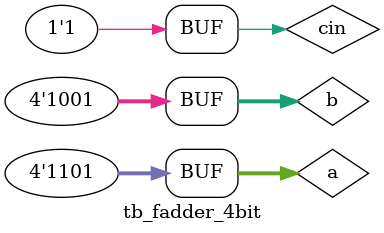
<source format=v>
`include "fadder_4bit.v"
module tb_fadder_4bit();

    wire [3:0] sum;
    wire cout;
    reg [3:0] a,b;
    reg cin;

    fadder_4bit faddr(.sum(sum), .cout(cout), .a(a), .b(b), .cin(cin));

    initial begin
        $dumpfile("tb_fadder_4bit.vcd");
        $dumpvars;
    end

    initial begin
            a = 4'b0101; b = 4'b1000; cin = 0;
        #5  a = 4'b0101; b = 4'b1000; cin = 1;
        #5  a = 4'b1101; b = 4'b1001; cin = 0;
        #5  a = 4'b1101; b = 4'b1001; cin = 1;
    end

endmodule
</source>
